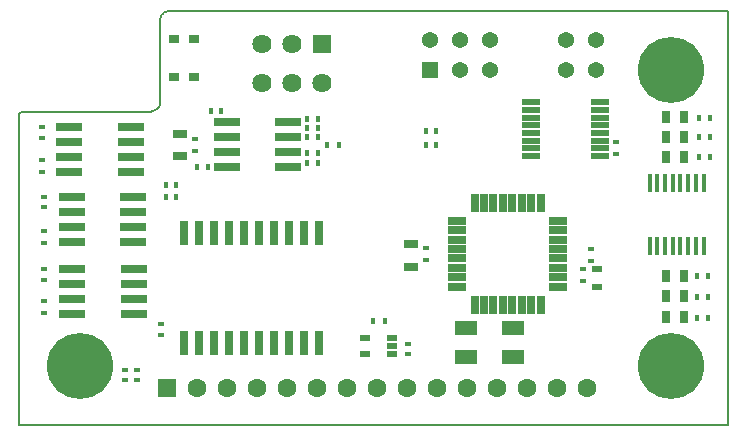
<source format=gts>
G04*
G04 #@! TF.GenerationSoftware,Altium Limited,Altium Designer,18.1.9 (240)*
G04*
G04 Layer_Color=8388736*
%FSLAX44Y44*%
%MOMM*%
G71*
G01*
G75*
%ADD20C,0.1520*%
%ADD21R,0.4500X0.6000*%
%ADD22R,0.6000X0.4500*%
%ADD23R,0.4000X0.6000*%
%ADD24R,0.6000X0.4000*%
%ADD32R,0.9000X0.5000*%
%ADD33R,1.3000X0.8000*%
%ADD37R,0.7016X2.1016*%
%ADD38R,2.3016X0.7016*%
%ADD39R,0.4516X1.5016*%
%ADD40R,0.8016X1.0016*%
%ADD41R,1.9016X1.3016*%
%ADD42R,0.6516X1.6016*%
%ADD43R,1.6016X0.6516*%
%ADD44R,0.9516X0.5016*%
%ADD45R,1.5016X0.5516*%
%ADD46R,0.8516X0.8016*%
%ADD47C,0.1016*%
%ADD48C,1.6016*%
%ADD49R,1.6016X1.6016*%
%ADD50C,1.3716*%
%ADD51R,1.3716X1.3716*%
%ADD52R,1.6256X1.6256*%
%ADD53C,1.6256*%
%ADD54C,5.6016*%
D20*
Y261586D01*
Y0D02*
X600202D01*
Y350012D01*
X129000D02*
X600202D01*
X126828Y350000D02*
X129000Y350012D01*
X126156Y350000D02*
X126828Y350000D01*
X124837Y349738D02*
X126156Y350000D01*
X123594Y349223D02*
X124837Y349738D01*
X122476Y348475D02*
X123594Y349223D01*
X122000Y348000D02*
X122476Y348475D01*
X121524Y347524D02*
X122000Y348000D01*
X120777Y346406D02*
X121524Y347524D01*
X120262Y345163D02*
X120777Y346406D01*
X120000Y343844D02*
X120262Y345163D01*
X120000Y343172D02*
Y343844D01*
X120000Y274828D02*
X120000Y343172D01*
X120000Y274828D02*
X120053Y273918D01*
X119892Y272102D02*
X120053Y273918D01*
X119380Y270353D02*
X119892Y272102D01*
X118536Y268738D02*
X119380Y270353D01*
X118000Y268000D02*
X118536Y268738D01*
X117184Y267300D02*
X118000Y268000D01*
X115368Y266155D02*
X117184Y267300D01*
X113363Y265387D02*
X115368Y266155D01*
X111246Y265024D02*
X113363Y265387D01*
X110172Y265000D02*
X111246Y265024D01*
X3414Y265000D02*
X110172D01*
X3078Y265000D02*
X3414Y265000D01*
X2418Y264869D02*
X3078Y265000D01*
X1797Y264611D02*
X2418Y264869D01*
X1238Y264238D02*
X1797Y264611D01*
X1000Y264000D02*
X1238Y264238D01*
X762Y263762D02*
X1000Y264000D01*
X389Y263203D02*
X762Y263762D01*
X131Y262582D02*
X389Y263203D01*
X0Y261922D02*
X131Y262582D01*
X0Y261586D02*
Y261922D01*
D21*
X261000Y237000D02*
D03*
X271000D02*
D03*
X309800Y87884D02*
D03*
X299800D02*
D03*
D22*
X505460Y229000D02*
D03*
Y239000D02*
D03*
X21104Y104426D02*
D03*
Y94426D02*
D03*
Y163882D02*
D03*
Y153882D02*
D03*
X19396Y224080D02*
D03*
Y214080D02*
D03*
X484632Y148764D02*
D03*
Y138764D02*
D03*
X477520Y132000D02*
D03*
Y122000D02*
D03*
X149352Y231982D02*
D03*
Y241982D02*
D03*
X344678Y149643D02*
D03*
Y139643D02*
D03*
D23*
X344688Y248666D02*
D03*
X353688D02*
D03*
X344688Y236474D02*
D03*
X353688D02*
D03*
X133500Y203000D02*
D03*
X124500D02*
D03*
X133500Y192786D02*
D03*
X124500D02*
D03*
X576322Y259842D02*
D03*
X585322D02*
D03*
X576322Y227025D02*
D03*
X585322D02*
D03*
X576322Y243434D02*
D03*
X585322D02*
D03*
X583500Y90424D02*
D03*
X574500D02*
D03*
X583500Y126238D02*
D03*
X574500D02*
D03*
X583500Y108204D02*
D03*
X574500D02*
D03*
X159996Y218190D02*
D03*
X150996D02*
D03*
X162632Y265430D02*
D03*
X171632D02*
D03*
X244166Y258826D02*
D03*
X253166D02*
D03*
Y251206D02*
D03*
X244166D02*
D03*
X253166Y243586D02*
D03*
X244166D02*
D03*
X253166Y230378D02*
D03*
X244166D02*
D03*
Y221996D02*
D03*
X253166D02*
D03*
D24*
X100000Y37500D02*
D03*
Y46500D02*
D03*
X90218Y37500D02*
D03*
Y46500D02*
D03*
X329692Y59508D02*
D03*
Y68508D02*
D03*
X120396Y85367D02*
D03*
Y76367D02*
D03*
X21481Y122500D02*
D03*
Y131500D02*
D03*
X21299Y183968D02*
D03*
Y192968D02*
D03*
X19595Y242774D02*
D03*
Y251774D02*
D03*
D32*
X489557Y116960D02*
D03*
Y131960D02*
D03*
D33*
X136906Y227482D02*
D03*
Y246482D02*
D03*
X332000Y152756D02*
D03*
Y133756D02*
D03*
D37*
X139850Y68902D02*
D03*
X152550D02*
D03*
X165250D02*
D03*
X177950D02*
D03*
X190650D02*
D03*
X203350D02*
D03*
X216050D02*
D03*
X228750D02*
D03*
X241450D02*
D03*
X254150D02*
D03*
Y161902D02*
D03*
X241450D02*
D03*
X228750D02*
D03*
X216050D02*
D03*
X203350D02*
D03*
X190650D02*
D03*
X177950D02*
D03*
X165250D02*
D03*
X152550D02*
D03*
X139850D02*
D03*
D38*
X228180Y218190D02*
D03*
Y230890D02*
D03*
Y256290D02*
D03*
X176180Y218190D02*
D03*
Y230890D02*
D03*
Y256290D02*
D03*
X228180Y243590D02*
D03*
X176180D02*
D03*
X45356Y118954D02*
D03*
X97356D02*
D03*
X45356Y131654D02*
D03*
Y106254D02*
D03*
Y93554D02*
D03*
X97356Y131654D02*
D03*
Y106254D02*
D03*
Y93554D02*
D03*
X97212Y154686D02*
D03*
Y167386D02*
D03*
Y192786D02*
D03*
X45212Y154686D02*
D03*
Y167386D02*
D03*
Y192786D02*
D03*
X97212Y180086D02*
D03*
X45212D02*
D03*
X95000Y214000D02*
D03*
Y226700D02*
D03*
Y252100D02*
D03*
X43000Y214000D02*
D03*
Y226700D02*
D03*
Y252100D02*
D03*
X95000Y239400D02*
D03*
X43000D02*
D03*
D39*
X579824Y205000D02*
D03*
X573324D02*
D03*
X566824D02*
D03*
X560324D02*
D03*
X553824D02*
D03*
X547324D02*
D03*
X540824D02*
D03*
X534324D02*
D03*
X579824Y151000D02*
D03*
X573324D02*
D03*
X566824D02*
D03*
X560324D02*
D03*
X553824D02*
D03*
X547324D02*
D03*
X540824D02*
D03*
X534324D02*
D03*
D40*
X548250Y108966D02*
D03*
X563250D02*
D03*
X548250Y126238D02*
D03*
X563250D02*
D03*
X548250Y91186D02*
D03*
X563250D02*
D03*
X563252Y226522D02*
D03*
X548252D02*
D03*
X563252Y260528D02*
D03*
X548252D02*
D03*
X563252Y243525D02*
D03*
X548252D02*
D03*
D41*
X378780Y81580D02*
D03*
X418780D02*
D03*
Y57580D02*
D03*
X378780D02*
D03*
D42*
X386020Y187780D02*
D03*
X394020D02*
D03*
X402020D02*
D03*
X410020D02*
D03*
X418020D02*
D03*
X426020D02*
D03*
X434020D02*
D03*
X442020D02*
D03*
Y101780D02*
D03*
X434020D02*
D03*
X426020D02*
D03*
X418020D02*
D03*
X410020D02*
D03*
X402020D02*
D03*
X394020D02*
D03*
X386020D02*
D03*
D43*
X457020Y172780D02*
D03*
Y164780D02*
D03*
Y156780D02*
D03*
Y148780D02*
D03*
Y140780D02*
D03*
Y132780D02*
D03*
Y124780D02*
D03*
Y116780D02*
D03*
X371020D02*
D03*
Y124780D02*
D03*
Y132780D02*
D03*
Y140780D02*
D03*
Y148780D02*
D03*
Y156780D02*
D03*
Y164780D02*
D03*
Y172780D02*
D03*
D44*
X315796Y60048D02*
D03*
Y66548D02*
D03*
Y73048D02*
D03*
X293296D02*
D03*
Y60048D02*
D03*
D45*
X433542Y272940D02*
D03*
Y266440D02*
D03*
Y259940D02*
D03*
Y253440D02*
D03*
Y246940D02*
D03*
Y240440D02*
D03*
Y233940D02*
D03*
Y227440D02*
D03*
X492542Y272940D02*
D03*
Y266440D02*
D03*
Y259940D02*
D03*
Y253440D02*
D03*
Y246940D02*
D03*
Y240440D02*
D03*
Y233940D02*
D03*
Y227440D02*
D03*
D46*
X148250Y326790D02*
D03*
Y294790D02*
D03*
X131750D02*
D03*
Y326790D02*
D03*
D47*
X128000Y178900D02*
D03*
X192000D02*
D03*
D48*
X379851Y31000D02*
D03*
X354450D02*
D03*
X405251D02*
D03*
X430650D02*
D03*
X456050D02*
D03*
X481451D02*
D03*
X278251D02*
D03*
X252850D02*
D03*
X303650D02*
D03*
X329050D02*
D03*
X227451D02*
D03*
X202050D02*
D03*
X151250D02*
D03*
X176651D02*
D03*
D49*
X125850D02*
D03*
D50*
X489204Y300300D02*
D03*
Y325700D02*
D03*
X463804Y300300D02*
D03*
Y325700D02*
D03*
X399034Y300300D02*
D03*
Y325700D02*
D03*
X373634Y300300D02*
D03*
Y325700D02*
D03*
X348234D02*
D03*
D51*
Y300300D02*
D03*
D52*
X256400Y322000D02*
D03*
D53*
X231000D02*
D03*
X205600D02*
D03*
X256400Y288980D02*
D03*
X231000D02*
D03*
X205600D02*
D03*
D54*
X552000Y50000D02*
D03*
Y300000D02*
D03*
X52000Y50000D02*
D03*
M02*

</source>
